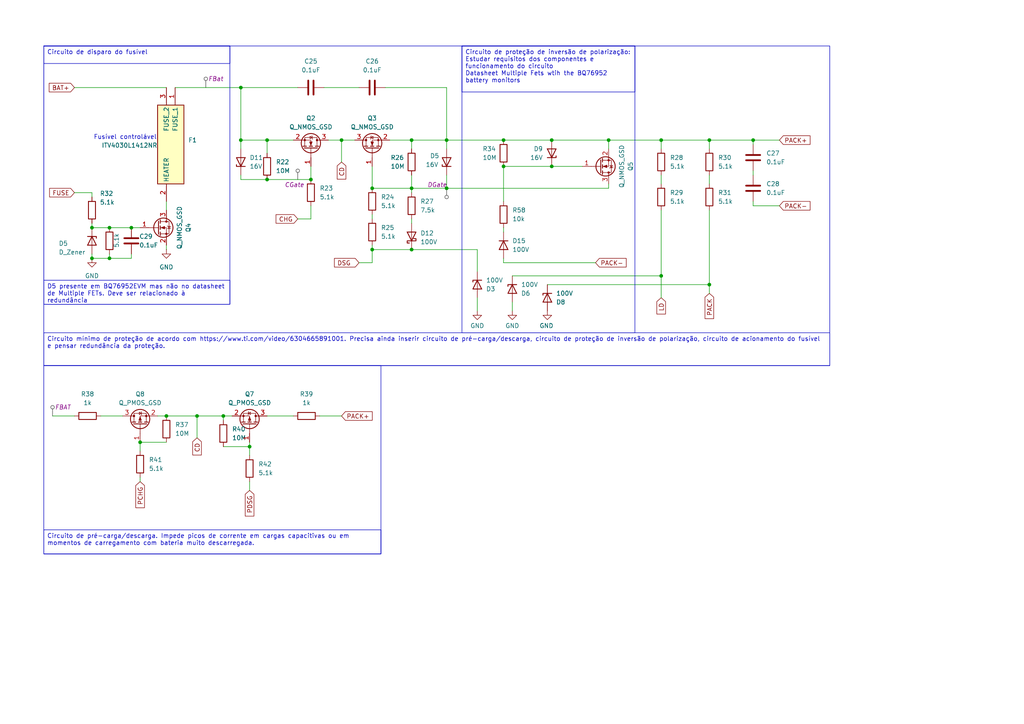
<source format=kicad_sch>
(kicad_sch (version 20231120) (generator "eeschema") (generator_version "8.0")
  (paper "A4")
  (lib_symbols
    (symbol "Device:C" (pin_numbers hide) (pin_names (offset 0.254))
      (property "Reference" "C" (at 0.635 2.54 0))
      (property "Value" "C" (at 0.635 -2.54 0))
      (symbol "C_0_1"
        (polyline (pts (xy -2.032 -0.762) (xy 2.032 -0.762)) (stroke (width 0.508)))
        (polyline (pts (xy -2.032 0.762) (xy 2.032 0.762)) (stroke (width 0.508)))
      )
      (symbol "C_1_1"
        (pin passive line (at 0 3.81 270) (length 2.794) (name "~") (number "1"))
        (pin passive line (at 0 -3.81 90) (length 2.794) (name "~") (number "2"))
      )
    )
    (symbol "Device:D" (pin_numbers hide) (pin_names (offset 1.016) hide)
      (property "Reference" "D" (at 0 2.54 0))
      (property "Value" "D" (at 0 -2.54 0))
      (symbol "D_0_1"
        (polyline (pts (xy -1.27 1.27) (xy -1.27 -1.27)) (stroke (width 0.254)))
        (polyline (pts (xy 1.27 0) (xy -1.27 0)))
        (polyline (pts (xy 1.27 1.27) (xy 1.27 -1.27) (xy -1.27 0) (xy 1.27 1.27)) (stroke (width 0.254)))
      )
      (symbol "D_1_1"
        (pin passive line (at -3.81 0 0) (length 2.54) (name "K") (number "1"))
        (pin passive line (at 3.81 0 180) (length 2.54) (name "A") (number "2"))
      )
    )
    (symbol "Device:D_Schottky" (pin_numbers hide) (pin_names (offset 1.016) hide)
      (property "Reference" "D" (at 0 2.54 0))
      (property "Value" "D_Schottky" (at 0 -2.54 0))
      (symbol "D_Schottky_0_1"
        (polyline (pts (xy 1.27 0) (xy -1.27 0)))
        (polyline (pts (xy 1.27 1.27) (xy 1.27 -1.27) (xy -1.27 0) (xy 1.27 1.27)) (stroke (width 0.254)))
        (polyline (pts (xy -1.905 0.635) (xy -1.905 1.27) (xy -1.27 1.27) (xy -1.27 -1.27) (xy -0.635 -1.27) (xy -0.635 -0.635)) (stroke (width 0.254)))
      )
      (symbol "D_Schottky_1_1"
        (pin passive line (at -3.81 0 0) (length 2.54) (name "K") (number "1"))
        (pin passive line (at 3.81 0 180) (length 2.54) (name "A") (number "2"))
      )
    )
    (symbol "Device:D_Zener" (pin_numbers hide) (pin_names (offset 1.016) hide)
      (property "Reference" "D" (at 0 2.54 0))
      (property "Value" "D_Zener" (at 0 -2.54 0))
      (symbol "D_Zener_0_1"
        (polyline (pts (xy 1.27 0) (xy -1.27 0)))
        (polyline (pts (xy -1.27 -1.27) (xy -1.27 1.27) (xy -0.762 1.27)) (stroke (width 0.254)))
        (polyline (pts (xy 1.27 -1.27) (xy 1.27 1.27) (xy -1.27 0) (xy 1.27 -1.27)) (stroke (width 0.254)))
      )
      (symbol "D_Zener_1_1"
        (pin passive line (at -3.81 0 0) (length 2.54) (name "K") (number "1"))
        (pin passive line (at 3.81 0 180) (length 2.54) (name "A") (number "2"))
      )
    )
    (symbol "Device:Q_NMOS_GSD" (pin_names (offset 0) hide)
      (property "Reference" "Q" (at 5.08 1.27 0))
      (property "Value" "Q_NMOS_GSD" (at 5.08 -1.27 0))
      (symbol "Q_NMOS_GSD_0_1"
        (polyline (pts (xy 0.254 0) (xy -2.54 0)))
        (polyline (pts (xy 0.254 1.905) (xy 0.254 -1.905)) (stroke (width 0.254)))
        (polyline (pts (xy 0.762 -1.27) (xy 0.762 -2.286)) (stroke (width 0.254)))
        (polyline (pts (xy 0.762 0.508) (xy 0.762 -0.508)) (stroke (width 0.254)))
        (polyline (pts (xy 0.762 2.286) (xy 0.762 1.27)) (stroke (width 0.254)))
        (polyline (pts (xy 2.54 2.54) (xy 2.54 1.778)))
        (polyline (pts (xy 2.54 -2.54) (xy 2.54 0) (xy 0.762 0)))
        (polyline (pts (xy 0.762 -1.778) (xy 3.302 -1.778) (xy 3.302 1.778) (xy 0.762 1.778)))
        (polyline (pts (xy 1.016 0) (xy 2.032 0.381) (xy 2.032 -0.381) (xy 1.016 0)) (fill (type outline)))
        (polyline (pts (xy 2.794 0.508) (xy 2.921 0.381) (xy 3.683 0.381) (xy 3.81 0.254)))
        (polyline (pts (xy 3.302 0.381) (xy 2.921 -0.254) (xy 3.683 -0.254) (xy 3.302 0.381)))
        (circle (center 1.651 0) (radius 2.794) (stroke (width 0.254)))
        (circle (center 2.54 -1.778) (radius 0.254) (fill (type outline)))
        (circle (center 2.54 1.778) (radius 0.254) (fill (type outline)))
      )
      (symbol "Q_NMOS_GSD_1_1"
        (pin input line (at -5.08 0 0) (length 2.54) (name "G") (number "1"))
        (pin passive line (at 2.54 -5.08 90) (length 2.54) (name "S") (number "2"))
        (pin passive line (at 2.54 5.08 270) (length 2.54) (name "D") (number "3"))
      )
    )
    (symbol "Device:Q_PMOS_GSD" (pin_names (offset 0) hide)
      (property "Reference" "Q" (at 5.08 1.27 0))
      (property "Value" "Q_PMOS_GSD" (at 5.08 -1.27 0))
      (symbol "Q_PMOS_GSD_0_1"
        (polyline (pts (xy 0.254 0) (xy -2.54 0)))
        (polyline (pts (xy 0.254 1.905) (xy 0.254 -1.905)) (stroke (width 0.254)))
        (polyline (pts (xy 0.762 -1.27) (xy 0.762 -2.286)) (stroke (width 0.254)))
        (polyline (pts (xy 0.762 0.508) (xy 0.762 -0.508)) (stroke (width 0.254)))
        (polyline (pts (xy 0.762 2.286) (xy 0.762 1.27)) (stroke (width 0.254)))
        (polyline (pts (xy 2.54 2.54) (xy 2.54 1.778)))
        (polyline (pts (xy 2.54 -2.54) (xy 2.54 0) (xy 0.762 0)))
        (polyline (pts (xy 0.762 1.778) (xy 3.302 1.778) (xy 3.302 -1.778) (xy 0.762 -1.778)))
        (polyline (pts (xy 2.286 0) (xy 1.27 0.381) (xy 1.27 -0.381) (xy 2.286 0)) (fill (type outline)))
        (polyline (pts (xy 2.794 -0.508) (xy 2.921 -0.381) (xy 3.683 -0.381) (xy 3.81 -0.254)))
        (polyline (pts (xy 3.302 -0.381) (xy 2.921 0.254) (xy 3.683 0.254) (xy 3.302 -0.381)))
        (circle (center 1.651 0) (radius 2.794) (stroke (width 0.254)))
        (circle (center 2.54 -1.778) (radius 0.254) (fill (type outline)))
        (circle (center 2.54 1.778) (radius 0.254) (fill (type outline)))
      )
      (symbol "Q_PMOS_GSD_1_1"
        (pin input line (at -5.08 0 0) (length 2.54) (name "G") (number "1"))
        (pin passive line (at 2.54 -5.08 90) (length 2.54) (name "S") (number "2"))
        (pin passive line (at 2.54 5.08 270) (length 2.54) (name "D") (number "3"))
      )
    )
    (symbol "Device:R" (pin_numbers hide) (pin_names (offset 0))
      (property "Reference" "R" (at 2.032 0 90))
      (property "Value" "R" (at 0 0 90))
      (symbol "R_0_1"
        (rectangle (start -1.016 -2.54) (end 1.016 2.54) (stroke (width 0.254)))
      )
      (symbol "R_1_1"
        (pin passive line (at 0 3.81 270) (length 1.27) (name "~") (number "1"))
        (pin passive line (at 0 -3.81 90) (length 1.27) (name "~") (number "2"))
      )
    )
    (symbol "ITV4030L1412NR:ITV4030L1412NR"
      (property "Reference" "F" (at 29.21 7.62 0))
      (property "Value" "ITV4030L1412NR" (at 29.21 5.08 0))
      (symbol "ITV4030L1412NR_1_1"
        (rectangle (start 5.08 2.54) (end 27.94 -5.08) (stroke (width 0.254)) (fill (type background)))
        (pin passive line (at 33.02 -2.54 180) (length 5.08) (name "FUSE_1") (number "1"))
        (pin passive line (at 0 0 0) (length 5.08) (name "HEATER") (number "2"))
        (pin passive line (at 33.02 0 180) (length 5.08) (name "FUSE_2") (number "3"))
      )
    )
    (symbol "power:GND" (power) (pin_numbers hide) (pin_names (offset 0) hide)
      (property "Value" "GND" (at 0 -3.81 0))
      (symbol "GND_0_1"
        (polyline (pts (xy 0 0) (xy 0 -1.27) (xy 1.27 -1.27) (xy 0 -2.54) (xy -1.27 -1.27) (xy 0 -1.27)))
      )
      (symbol "GND_1_1"
        (pin power_in line (at 0 0 270) (length 0) (name "~") (number "1"))
      )
    )
  )
  (junction (at 146.05 40.64))
  (junction (at 218.44 40.64))
  (junction (at 119.38 40.64))
  (junction (at 129.54 40.64))
  (junction (at 160.02 40.64))
  (junction (at 191.77 80.01))
  (junction (at 160.02 48.26))
  (junction (at 77.47 40.64))
  (junction (at 146.05 48.26))
  (junction (at 48.26 120.65))
  (junction (at 31.75 66.04))
  (junction (at 72.39 129.54))
  (junction (at 69.85 40.64))
  (junction (at 69.85 25.4))
  (junction (at 26.67 66.04))
  (junction (at 26.67 74.93))
  (junction (at 99.06 40.64))
  (junction (at 90.17 52.07))
  (junction (at 77.47 52.07))
  (junction (at 107.95 72.39))
  (junction (at 119.38 54.61))
  (junction (at 191.77 40.64))
  (junction (at 64.77 120.65))
  (junction (at 129.54 54.61))
  (junction (at 57.15 120.65))
  (junction (at 38.1 66.04))
  (junction (at 119.38 72.39))
  (junction (at 176.53 40.64))
  (junction (at 31.75 74.93))
  (junction (at 205.74 40.64))
  (junction (at 107.95 54.61))
  (junction (at 40.64 128.27))
  (junction (at 205.74 82.55))
  (wire (pts (xy 129.54 43.18) (xy 129.54 40.64)))
  (wire (pts (xy 77.47 40.64) (xy 85.09 40.64)))
  (wire (pts (xy 26.67 55.88) (xy 26.67 57.15)))
  (wire (pts (xy 104.14 76.2) (xy 107.95 76.2)))
  (wire (pts (xy 15.24 120.65) (xy 21.59 120.65)))
  (wire (pts (xy 45.72 120.65) (xy 48.26 120.65)))
  (wire (pts (xy 138.43 90.17) (xy 138.43 86.36)))
  (wire (pts (xy 72.39 129.54) (xy 72.39 132.08)))
  (wire (pts (xy 107.95 54.61) (xy 119.38 54.61)))
  (wire (pts (xy 86.36 25.4) (xy 69.85 25.4)))
  (wire (pts (xy 31.75 74.93) (xy 38.1 74.93)))
  (wire (pts (xy 90.17 59.69) (xy 90.17 63.5)))
  (wire (pts (xy 21.59 55.88) (xy 26.67 55.88)))
  (wire (pts (xy 40.64 128.27) (xy 48.26 128.27)))
  (wire (pts (xy 119.38 63.5) (xy 119.38 64.77)))
  (wire (pts (xy 21.59 25.4) (xy 48.26 25.4)))
  (wire (pts (xy 191.77 40.64) (xy 205.74 40.64)))
  (wire (pts (xy 26.67 66.04) (xy 31.75 66.04)))
  (wire (pts (xy 77.47 120.65) (xy 85.09 120.65)))
  (wire (pts (xy 119.38 40.64) (xy 129.54 40.64)))
  (wire (pts (xy 72.39 139.7) (xy 72.39 142.24)))
  (wire (pts (xy 48.26 72.39) (xy 48.26 71.12)))
  (wire (pts (xy 119.38 54.61) (xy 119.38 55.88)))
  (wire (pts (xy 72.39 128.27) (xy 72.39 129.54)))
  (wire (pts (xy 113.03 40.64) (xy 119.38 40.64)))
  (wire (pts (xy 146.05 40.64) (xy 160.02 40.64)))
  (wire (pts (xy 172.72 76.2) (xy 146.05 76.2)))
  (wire (pts (xy 40.64 138.43) (xy 40.64 139.7)))
  (wire (pts (xy 38.1 73.66) (xy 38.1 74.93)))
  (wire (pts (xy 107.95 62.23) (xy 107.95 63.5)))
  (wire (pts (xy 38.1 66.04) (xy 40.64 66.04)))
  (wire (pts (xy 107.95 71.12) (xy 107.95 72.39)))
  (wire (pts (xy 176.53 40.64) (xy 191.77 40.64)))
  (wire (pts (xy 64.77 120.65) (xy 64.77 121.92)))
  (wire (pts (xy 119.38 54.61) (xy 129.54 54.61)))
  (wire (pts (xy 29.21 120.65) (xy 35.56 120.65)))
  (wire (pts (xy 191.77 80.01) (xy 191.77 86.36)))
  (wire (pts (xy 95.25 40.64) (xy 99.06 40.64)))
  (wire (pts (xy 218.44 59.69) (xy 226.06 59.69)))
  (wire (pts (xy 160.02 40.64) (xy 176.53 40.64)))
  (wire (pts (xy 146.05 66.04) (xy 146.05 67.31)))
  (wire (pts (xy 26.67 64.77) (xy 26.67 66.04)))
  (wire (pts (xy 86.36 63.5) (xy 90.17 63.5)))
  (wire (pts (xy 64.77 120.65) (xy 67.31 120.65)))
  (wire (pts (xy 158.75 82.55) (xy 205.74 82.55)))
  (wire (pts (xy 129.54 40.64) (xy 146.05 40.64)))
  (wire (pts (xy 69.85 52.07) (xy 77.47 52.07)))
  (wire (pts (xy 146.05 48.26) (xy 160.02 48.26)))
  (wire (pts (xy 218.44 40.64) (xy 226.06 40.64)))
  (wire (pts (xy 77.47 44.45) (xy 77.47 40.64)))
  (wire (pts (xy 77.47 40.64) (xy 69.85 40.64)))
  (wire (pts (xy 107.95 72.39) (xy 119.38 72.39)))
  (wire (pts (xy 99.06 40.64) (xy 99.06 46.99)))
  (wire (pts (xy 176.53 40.64) (xy 176.53 43.18)))
  (wire (pts (xy 69.85 52.07) (xy 69.85 50.8)))
  (wire (pts (xy 218.44 49.53) (xy 218.44 50.8)))
  (wire (pts (xy 176.53 53.34) (xy 176.53 54.61)))
  (wire (pts (xy 205.74 82.55) (xy 205.74 85.09)))
  (wire (pts (xy 205.74 40.64) (xy 205.74 43.18)))
  (wire (pts (xy 129.54 54.61) (xy 129.54 50.8)))
  (wire (pts (xy 48.26 120.65) (xy 57.15 120.65)))
  (wire (pts (xy 138.43 78.74) (xy 138.43 72.39)))
  (wire (pts (xy 77.47 52.07) (xy 90.17 52.07)))
  (wire (pts (xy 26.67 74.93) (xy 31.75 74.93)))
  (wire (pts (xy 31.75 73.66) (xy 31.75 74.93)))
  (wire (pts (xy 119.38 40.64) (xy 119.38 43.18)))
  (wire (pts (xy 218.44 58.42) (xy 218.44 59.69)))
  (wire (pts (xy 191.77 40.64) (xy 191.77 43.18)))
  (wire (pts (xy 148.59 90.17) (xy 148.59 87.63)))
  (wire (pts (xy 119.38 72.39) (xy 138.43 72.39)))
  (wire (pts (xy 92.71 120.65) (xy 99.06 120.65)))
  (wire (pts (xy 107.95 48.26) (xy 107.95 54.61)))
  (wire (pts (xy 191.77 50.8) (xy 191.77 53.34)))
  (wire (pts (xy 26.67 73.66) (xy 26.67 74.93)))
  (wire (pts (xy 31.75 66.04) (xy 38.1 66.04)))
  (wire (pts (xy 64.77 129.54) (xy 72.39 129.54)))
  (wire (pts (xy 191.77 60.96) (xy 191.77 80.01)))
  (wire (pts (xy 129.54 54.61) (xy 176.53 54.61)))
  (wire (pts (xy 99.06 40.64) (xy 102.87 40.64)))
  (wire (pts (xy 48.26 58.42) (xy 48.26 60.96)))
  (wire (pts (xy 205.74 60.96) (xy 205.74 82.55)))
  (wire (pts (xy 218.44 40.64) (xy 218.44 41.91)))
  (wire (pts (xy 90.17 48.26) (xy 90.17 52.07)))
  (wire (pts (xy 146.05 74.93) (xy 146.05 76.2)))
  (wire (pts (xy 69.85 40.64) (xy 69.85 43.18)))
  (wire (pts (xy 160.02 48.26) (xy 168.91 48.26)))
  (wire (pts (xy 69.85 25.4) (xy 69.85 40.64)))
  (wire (pts (xy 111.76 25.4) (xy 129.54 25.4)))
  (wire (pts (xy 57.15 120.65) (xy 57.15 127)))
  (wire (pts (xy 93.98 25.4) (xy 104.14 25.4)))
  (wire (pts (xy 40.64 128.27) (xy 40.64 130.81)))
  (wire (pts (xy 57.15 120.65) (xy 64.77 120.65)))
  (wire (pts (xy 129.54 25.4) (xy 129.54 40.64)))
  (wire (pts (xy 107.95 72.39) (xy 107.95 76.2)))
  (wire (pts (xy 146.05 48.26) (xy 146.05 58.42)))
  (wire (pts (xy 205.74 50.8) (xy 205.74 53.34)))
  (wire (pts (xy 119.38 50.8) (xy 119.38 54.61)))
  (wire (pts (xy 50.8 25.4) (xy 69.85 25.4)))
  (wire (pts (xy 205.74 40.64) (xy 218.44 40.64)))
  (wire (pts (xy 148.59 80.01) (xy 191.77 80.01)))
  (rectangle (start 12.7 106.045) (end 110.49 160.655))
  (rectangle (start 12.7 13.335) (end 240.665 106.045))
  (rectangle (start 133.985 13.3351) (end 184.15 96.52))
  (rectangle (start 12.7 13.335) (end 66.675 88.265))
  (text_box "Circuito de proteção de inversão de polarização:\nEstudar requisitos dos componentes e funcionamento do circuito\nDatasheet Multiple Fets wtih the BQ76952 battery monitors\n\n\n" (at 133.985 13.335 0) (size 50.165 13.335) (effects (font (size 1.27 1.27)) (justify left top)))
  (text_box "Circuito mínimo de proteção de acordo com https://www.ti.com/video/6304665891001. Precisa ainda inserir circuito de pré-carga/descarga, circuito de proteção de inversão de polarização, circuito de acionamento do fusível e pensar redundância da proteção. " (at 12.7 96.52 0) (size 227.965 9.525) (effects (font (size 1.27 1.27)) (justify left top)))
  (text_box "D5 presente em BQ76952EVM mas não no datasheet de Multiple FETs. Deve ser relacionado à redundância" (at 12.7 81.28 0) (size 53.975 6.985) (effects (font (size 1.27 1.27)) (justify left top)))
  (text_box "Circuito de disparo do fusível\n\n\n" (at 12.7 13.335 0) (size 53.975 5.08) (effects (font (size 1.27 1.27)) (justify left top)))
  (text_box "Circuito de pré-carga/descarga. Impede picos de corrente em cargas capacitivas ou em momentos de carregamento com bateria muito descarregada." (at 12.7 153.67 0) (size 97.79 6.985) (effects (font (size 1.27 1.27)) (justify left top)))
  (text "Fusível controlável\n" (at 36.322 39.878 0) (effects (font (size 1.27 1.27))))
  (global_label "PACK+" (shape input) (at 99.06 120.65 0) (property "Intersheetrefs" "${INTERSHEET_REFS}" (effects (hide yes))))
  (global_label "FUSE" (shape input) (at 21.59 55.88 180) (property "Intersheetrefs" "${INTERSHEET_REFS}" (effects (hide yes))))
  (global_label "PACK-" (shape input) (at 172.72 76.2 0) (property "Intersheetrefs" "${INTERSHEET_REFS}" (effects (hide yes))))
  (global_label "CHG" (shape input) (at 86.36 63.5 180) (property "Intersheetrefs" "${INTERSHEET_REFS}" (effects (hide yes))))
  (global_label "PACK" (shape input) (at 205.74 85.09 270) (property "Intersheetrefs" "${INTERSHEET_REFS}" (effects (hide yes))))
  (global_label "PACK-" (shape input) (at 226.06 59.69 0) (property "Intersheetrefs" "${INTERSHEET_REFS}" (effects (hide yes))))
  (global_label "PDSG" (shape input) (at 72.39 142.24 270) (property "Intersheetrefs" "${INTERSHEET_REFS}" (effects (hide yes))))
  (global_label "DSG " (shape input) (at 104.14 76.2 180) (property "Intersheetrefs" "${INTERSHEET_REFS}" (effects (hide yes))))
  (global_label "LD" (shape input) (at 191.77 86.36 270) (property "Intersheetrefs" "${INTERSHEET_REFS}" (effects (hide yes))))
  (global_label "CD" (shape input) (at 99.06 46.99 270) (property "Intersheetrefs" "${INTERSHEET_REFS}" (effects (hide yes))))
  (global_label "BAT+" (shape input) (at 21.59 25.4 180) (property "Intersheetrefs" "${INTERSHEET_REFS}" (effects (hide yes))))
  (global_label "CD" (shape input) (at 57.15 127 270) (property "Intersheetrefs" "${INTERSHEET_REFS}" (effects (hide yes))))
  (global_label "PACK+" (shape input) (at 226.06 40.64 0) (property "Intersheetrefs" "${INTERSHEET_REFS}" (effects (hide yes))))
  (global_label "PCHG" (shape input) (at 40.64 139.7 270) (property "Intersheetrefs" "${INTERSHEET_REFS}" (effects (hide yes))))
  (netclass_flag "" (length 2.54) (shape round) (at 129.54 54.61 180) (property "Netclass" "DGate" (at 123.952 53.594 0) (effects (font (italic yes)) (justify left))))
  (netclass_flag "" (length 2.54) (shape round) (at 59.69 25.4 0) (property "Netclass" "FBat" (at 60.3885 22.86 0) (effects (font (italic yes)) (justify left))))
  (netclass_flag "" (length 2.54) (shape round) (at 15.24 120.65 0) (property "Netclass" "FBAT" (at 15.9385 118.11 0) (effects (font (italic yes)) (justify left))))
  (netclass_flag "" (length 2.54) (shape round) (at 86.36 52.07 0) (property "Netclass" "CGate" (at 82.55 53.594 0) (effects (font (italic yes)) (justify left))))
  (symbol (lib_id "Device:R") (at 107.95 58.42 0) (unit 1)
    (property "Reference" "R24" (at 110.49 57.1499 0) (effects (justify left)))
    (property "Value" "5.1k" (at 110.49 59.6899 0) (effects (justify left)))
    (property "Description" "Resistor" (effects (hide yes)))
  )
  (symbol (lib_id "Device:R") (at 64.77 125.73 0) (unit 1)
    (property "Reference" "R40" (at 67.31 124.4599 0) (effects (justify left)))
    (property "Value" "10M" (at 67.31 126.9999 0) (effects (justify left)))
    (property "Description" "Resistor" (effects (hide yes)))
  )
  (symbol (lib_id "Device:D_Zener") (at 158.75 86.36 90) (mirror x) (unit 1)
    (property "Reference" "D8" (at 161.29 87.6301 90) (effects (justify right)))
    (property "Value" "100V" (at 161.29 85.0901 90) (effects (justify right)))
    (property "Description" "Zener diode" (effects (hide yes)))
  )
  (symbol (lib_id "Device:C") (at 107.95 25.4 90) (unit 1)
    (property "Reference" "C26" (at 107.95 17.78 90))
    (property "Value" "0.1uF" (at 107.95 20.32 90))
    (property "Description" "Unpolarized capacitor" (effects (hide yes)))
  )
  (symbol (lib_id "Device:D_Zener") (at 160.02 44.45 270) (mirror x) (unit 1)
    (property "Reference" "D9" (at 157.48 43.1799 90) (effects (justify right)))
    (property "Value" "16V" (at 157.48 45.7199 90) (effects (justify right)))
    (property "Description" "Zener diode" (effects (hide yes)))
  )
  (symbol (lib_id "power:GND") (at 26.67 74.93 0) (unit 1)
    (property "Reference" "#PWR015" (effects (hide yes)))
    (property "Value" "GND" (at 26.67 80.01 0))
    (property "Description" "Power symbol creates a global label with name \"GND\" , ground" (effects (hide yes)))
  )
  (symbol (lib_id "Device:C") (at 90.17 25.4 90) (unit 1)
    (property "Reference" "C25" (at 90.17 17.78 90))
    (property "Value" "0.1uF" (at 90.17 20.32 90))
    (property "Description" "Unpolarized capacitor" (effects (hide yes)))
  )
  (symbol (lib_id "Device:C") (at 38.1 69.85 180) (unit 1)
    (property "Reference" "C29" (at 40.386 68.58 0) (effects (justify right)))
    (property "Value" "0.1uF" (at 40.386 71.12 0) (effects (justify right)))
    (property "Description" "Unpolarized capacitor" (effects (hide yes)))
  )
  (symbol (lib_id "Device:Q_NMOS_GSD") (at 45.72 66.04 0) (unit 1)
    (property "Reference" "Q4" (at 54.61 66.04 90))
    (property "Value" "Q_NMOS_GSD" (at 52.07 66.04 90))
    (property "Description" "N-MOSFET transistor, gate/source/drain" (effects (hide yes)))
  )
  (symbol (lib_id "Device:C") (at 218.44 54.61 180) (unit 1)
    (property "Reference" "C28" (at 222.25 53.3399 0) (effects (justify right)))
    (property "Value" "0.1uF" (at 222.25 55.8799 0) (effects (justify right)))
    (property "Description" "Unpolarized capacitor" (effects (hide yes)))
  )
  (symbol (lib_id "Device:R") (at 72.39 135.89 0) (unit 1)
    (property "Reference" "R42" (at 74.93 134.6199 0) (effects (justify left)))
    (property "Value" "5.1k" (at 74.93 137.1599 0) (effects (justify left)))
    (property "Description" "Resistor" (effects (hide yes)))
  )
  (symbol (lib_id "Device:Q_NMOS_GSD") (at 107.95 43.18 90) (unit 1)
    (property "Reference" "Q3" (at 107.95 34.29 90))
    (property "Value" "Q_NMOS_GSD" (at 107.95 36.83 90))
    (property "Description" "N-MOSFET transistor, gate/source/drain" (effects (hide yes)))
  )
  (symbol (lib_id "power:GND") (at 158.75 90.17 0) (unit 1)
    (property "Reference" "#PWR018" (effects (hide yes)))
    (property "Value" "GND" (at 158.496 94.488 0))
    (property "Description" "Power symbol creates a global label with name \"GND\" , ground" (effects (hide yes)))
  )
  (symbol (lib_id "Device:R") (at 107.95 67.31 0) (unit 1)
    (property "Reference" "R25" (at 110.49 66.0399 0) (effects (justify left)))
    (property "Value" "5.1k" (at 110.49 68.5799 0) (effects (justify left)))
    (property "Description" "Resistor" (effects (hide yes)))
  )
  (symbol (lib_id "Device:R") (at 191.77 46.99 0) (unit 1)
    (property "Reference" "R28" (at 194.31 45.7199 0) (effects (justify left)))
    (property "Value" "5.1k" (at 194.31 48.2599 0) (effects (justify left)))
    (property "Description" "Resistor" (effects (hide yes)))
  )
  (symbol (lib_id "ITV4030L1412NR:ITV4030L1412NR") (at 48.26 58.42 90) (unit 1)
    (property "Reference" "F1" (at 54.61 40.6399 90) (effects (justify right)))
    (property "Value" "ITV4030L1412NR" (at 29.464 42.164 90) (effects (justify right)))
    (property "Footprint" "ITV4030L1412NR" (effects (hide yes)))
    (property "Datasheet" "https://www.littelfuse.com/media?resourcetype=datasheets&itemid=395a7ef1-7753-4b9f-ab36-cd3d0ea00512&filename=littelfuse-itv4030-12a-15a-datasheet" (effects (hide yes)))
    (property "Description" "12A 36 VDC Fuse Board Mount Surface Mount " (effects (hide yes)))
    (property "Height" "0.9" (effects (hide yes)))
    (property "Mouser Part Number" "650-ITV4030L1412NR" (effects (hide yes)))
    (property "Mouser Price/Stock" "https://www.mouser.co.uk/ProductDetail/Littelfuse/ITV4030L1412NR?qs=vHuUswq2%252BszP1yrzBS5z%2Fg%3D%3D" (effects (hide yes)))
    (property "Manufacturer_Name" "LITTELFUSE" (effects (hide yes)))
    (property "Manufacturer_Part_Number" "ITV4030L1412NR" (effects (hide yes)))
  )
  (symbol (lib_id "Device:D_Zener") (at 148.59 83.82 90) (mirror x) (unit 1)
    (property "Reference" "D6" (at 151.13 85.0901 90) (effects (justify right)))
    (property "Value" "100V" (at 151.13 82.5501 90) (effects (justify right)))
    (property "Description" "Zener diode" (effects (hide yes)))
  )
  (symbol (lib_id "Device:R") (at 146.05 62.23 0) (unit 1)
    (property "Reference" "R58" (at 148.59 60.9599 0) (effects (justify left)))
    (property "Value" "10k" (at 148.59 63.4999 0) (effects (justify left)))
    (property "Description" "Resistor" (effects (hide yes)))
  )
  (symbol (lib_id "Device:Q_NMOS_GSD") (at 90.17 43.18 270) (mirror x) (unit 1)
    (property "Reference" "Q2" (at 90.17 34.29 90))
    (property "Value" "Q_NMOS_GSD" (at 90.17 36.83 90))
    (property "Description" "N-MOSFET transistor, gate/source/drain" (effects (hide yes)))
  )
  (symbol (lib_id "Device:D_Zener") (at 129.54 46.99 90) (unit 1)
    (property "Reference" "D5" (at 124.714 45.212 90) (effects (justify right)))
    (property "Value" "16V" (at 123.444 47.7521 90) (effects (justify right)))
    (property "Description" "Zener diode" (effects (hide yes)))
  )
  (symbol (lib_id "Device:R") (at 205.74 57.15 0) (unit 1)
    (property "Reference" "R31" (at 208.28 55.8799 0) (effects (justify left)))
    (property "Value" "5.1k" (at 208.28 58.4199 0) (effects (justify left)))
    (property "Description" "Resistor" (effects (hide yes)))
  )
  (symbol (lib_id "Device:R") (at 119.38 46.99 0) (unit 1)
    (property "Reference" "R26" (at 113.284 45.72 0) (effects (justify left)))
    (property "Value" "10M" (at 113.284 48.26 0) (effects (justify left)))
    (property "Description" "Resistor" (effects (hide yes)))
  )
  (symbol (lib_id "Device:C") (at 218.44 45.72 180) (unit 1)
    (property "Reference" "C27" (at 222.25 44.4499 0) (effects (justify right)))
    (property "Value" "0.1uF" (at 222.25 46.9899 0) (effects (justify right)))
    (property "Description" "Unpolarized capacitor" (effects (hide yes)))
  )
  (symbol (lib_id "Device:Q_NMOS_GSD") (at 173.99 48.26 0) (mirror x) (unit 1)
    (property "Reference" "Q5" (at 182.88 48.26 90))
    (property "Value" "Q_NMOS_GSD" (at 180.34 48.26 90))
    (property "Description" "N-MOSFET transistor, gate/source/drain" (effects (hide yes)))
  )
  (symbol (lib_id "Device:R") (at 205.74 46.99 0) (unit 1)
    (property "Reference" "R30" (at 208.28 45.7199 0) (effects (justify left)))
    (property "Value" "5.1k" (at 208.28 48.2599 0) (effects (justify left)))
    (property "Description" "Resistor" (effects (hide yes)))
  )
  (symbol (lib_id "Device:Q_PMOS_GSD") (at 40.64 123.19 90) (unit 1)
    (property "Reference" "Q8" (at 40.64 114.3 90))
    (property "Value" "Q_PMOS_GSD" (at 40.64 116.84 90))
    (property "Description" "P-MOSFET transistor, gate/source/drain" (effects (hide yes)))
  )
  (symbol (lib_id "Device:D_Zener") (at 138.43 82.55 90) (mirror x) (unit 1)
    (property "Reference" "D3" (at 140.97 83.8201 90) (effects (justify right)))
    (property "Value" "100V" (at 140.97 81.2801 90) (effects (justify right)))
    (property "Description" "Zener diode" (effects (hide yes)))
  )
  (symbol (lib_id "power:GND") (at 148.59 90.17 0) (unit 1)
    (property "Reference" "#PWR017" (effects (hide yes)))
    (property "Value" "GND" (at 148.59 94.488 0))
    (property "Description" "Power symbol creates a global label with name \"GND\" , ground" (effects (hide yes)))
  )
  (symbol (lib_id "Device:R") (at 90.17 55.88 0) (unit 1)
    (property "Reference" "R23" (at 92.71 54.6099 0) (effects (justify left)))
    (property "Value" "5.1k" (at 92.71 57.1499 0) (effects (justify left)))
    (property "Description" "Resistor" (effects (hide yes)))
  )
  (symbol (lib_id "Device:R") (at 31.75 69.85 0) (unit 1)
    (property "Reference" "R33" (effects (hide yes)))
    (property "Value" "5.1k" (at 33.782 71.882 90) (effects (justify left)))
    (property "Description" "Resistor" (effects (hide yes)))
  )
  (symbol (lib_id "Device:R") (at 48.26 124.46 0) (unit 1)
    (property "Reference" "R37" (at 50.8 123.1899 0) (effects (justify left)))
    (property "Value" "10M" (at 50.8 125.7299 0) (effects (justify left)))
    (property "Description" "Resistor" (effects (hide yes)))
  )
  (symbol (lib_id "Device:D_Schottky") (at 119.38 68.58 90) (unit 1)
    (property "Reference" "D12" (at 121.92 67.6274 90) (effects (justify right)))
    (property "Value" "100V" (at 121.92 70.1674 90) (effects (justify right)))
    (property "Description" "Schottky diode" (effects (hide yes)))
  )
  (symbol (lib_id "Device:D_Zener") (at 69.85 46.99 90) (unit 1)
    (property "Reference" "D11" (at 72.39 45.7199 90) (effects (justify right)))
    (property "Value" "16V" (at 72.39 48.2599 90) (effects (justify right)))
    (property "Description" "Zener diode" (effects (hide yes)))
  )
  (symbol (lib_id "Device:D") (at 146.05 71.12 270) (unit 1)
    (property "Reference" "D15" (at 148.59 69.8499 90) (effects (justify left)))
    (property "Value" "100V" (at 148.59 72.3899 90) (effects (justify left)))
    (property "Description" "Diode" (effects (hide yes)))
    (property "Sim.Device" "D" (effects (hide yes)))
    (property "Sim.Pins" "1=K 2=A" (effects (hide yes)))
  )
  (symbol (lib_id "power:GND") (at 138.43 90.17 0) (unit 1)
    (property "Reference" "#PWR024" (effects (hide yes)))
    (property "Value" "GND" (at 138.43 94.488 0))
    (property "Description" "Power symbol creates a global label with name \"GND\" , ground" (effects (hide yes)))
  )
  (symbol (lib_id "Device:R") (at 40.64 134.62 0) (unit 1)
    (property "Reference" "R41" (at 43.18 133.3499 0) (effects (justify left)))
    (property "Value" "5.1k" (at 43.18 135.8899 0) (effects (justify left)))
    (property "Description" "Resistor" (effects (hide yes)))
  )
  (symbol (lib_id "Device:D_Zener") (at 26.67 69.85 270) (unit 1)
    (property "Reference" "D5" (at 17.018 70.6121 90) (effects (justify left)))
    (property "Value" "D_Zener" (at 17.018 73.152 90) (effects (justify left)))
    (property "Description" "Zener diode" (effects (hide yes)))
  )
  (symbol (lib_id "Device:R") (at 26.67 60.96 0) (unit 1)
    (property "Reference" "R32" (at 28.956 56.134 0) (effects (justify left)))
    (property "Value" "5.1k" (at 28.956 58.674 0) (effects (justify left)))
    (property "Description" "Resistor" (effects (hide yes)))
  )
  (symbol (lib_id "Device:R") (at 146.05 44.45 0) (unit 1)
    (property "Reference" "R34" (at 139.954 43.18 0) (effects (justify left)))
    (property "Value" "10M" (at 139.954 45.72 0) (effects (justify left)))
    (property "Description" "Resistor" (effects (hide yes)))
  )
  (symbol (lib_id "Device:R") (at 77.47 48.26 0) (unit 1)
    (property "Reference" "R22" (at 80.01 46.9899 0) (effects (justify left)))
    (property "Value" "10M" (at 80.01 49.5299 0) (effects (justify left)))
    (property "Description" "Resistor" (effects (hide yes)))
  )
  (symbol (lib_id "Device:R") (at 191.77 57.15 0) (unit 1)
    (property "Reference" "R29" (at 194.31 55.8799 0) (effects (justify left)))
    (property "Value" "5.1k" (at 194.31 58.4199 0) (effects (justify left)))
    (property "Description" "Resistor" (effects (hide yes)))
  )
  (symbol (lib_id "Device:R") (at 25.4 120.65 90) (unit 1)
    (property "Reference" "R38" (at 25.4 114.3 90))
    (property "Value" "1k" (at 25.4 116.84 90))
    (property "Description" "Resistor" (effects (hide yes)))
  )
  (symbol (lib_id "Device:R") (at 88.9 120.65 90) (unit 1)
    (property "Reference" "R39" (at 88.9 114.3 90))
    (property "Value" "1k" (at 88.9 116.84 90))
    (property "Description" "Resistor" (effects (hide yes)))
  )
  (symbol (lib_id "power:GND") (at 48.26 72.39 0) (unit 1)
    (property "Reference" "#PWR023" (effects (hide yes)))
    (property "Value" "GND" (at 48.26 77.47 0))
    (property "Description" "Power symbol creates a global label with name \"GND\" , ground" (effects (hide yes)))
  )
  (symbol (lib_id "Device:R") (at 119.38 59.69 0) (unit 1)
    (property "Reference" "R27" (at 121.92 58.4199 0) (effects (justify left)))
    (property "Value" "7.5k" (at 121.92 60.9599 0) (effects (justify left)))
    (property "Description" "Resistor" (effects (hide yes)))
  )
  (symbol (lib_id "Device:Q_PMOS_GSD") (at 72.39 123.19 270) (mirror x) (unit 1)
    (property "Reference" "Q7" (at 72.39 114.3 90))
    (property "Value" "Q_PMOS_GSD" (at 72.39 116.84 90))
    (property "Description" "P-MOSFET transistor, gate/source/drain" (effects (hide yes)))
  )
)
</source>
